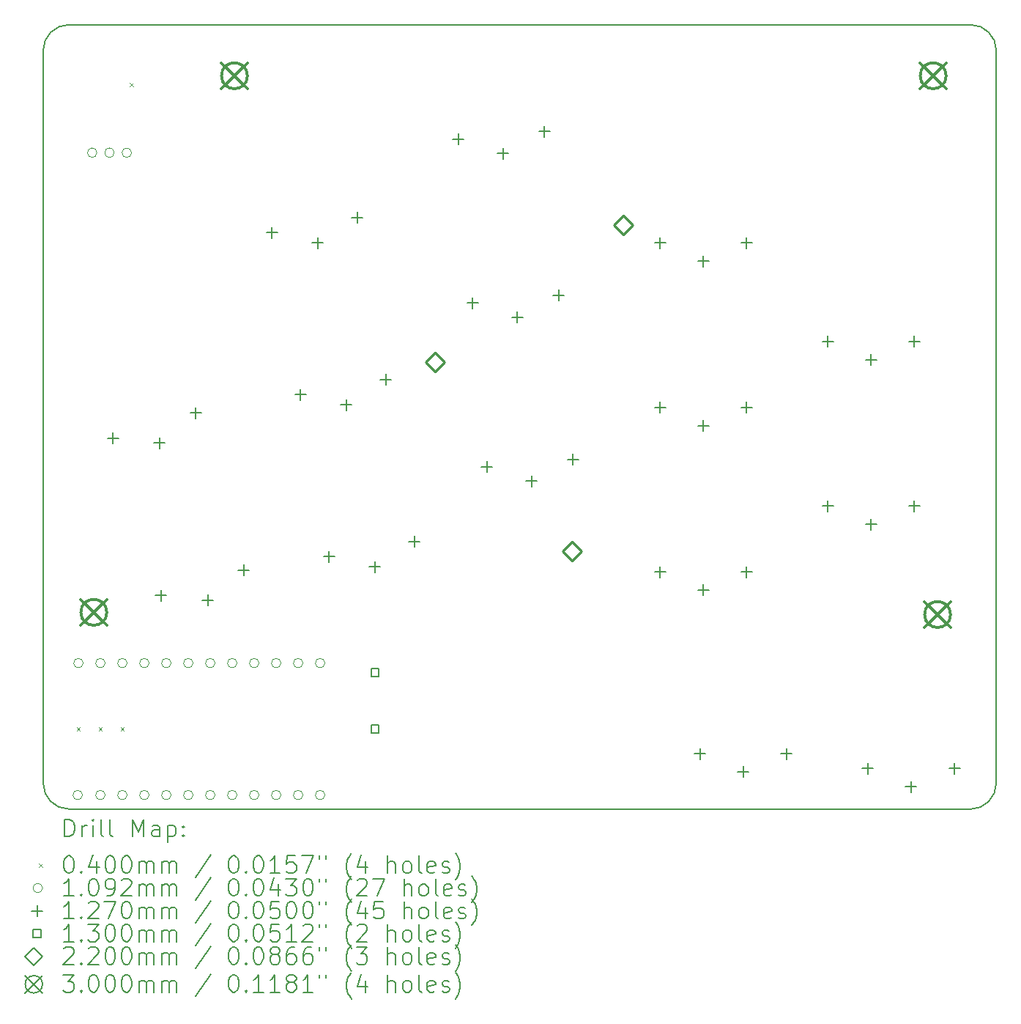
<source format=gbr>
%FSLAX45Y45*%
G04 Gerber Fmt 4.5, Leading zero omitted, Abs format (unit mm)*
G04 Created by KiCad (PCBNEW (6.0.4)) date 2022-09-04 01:37:33*
%MOMM*%
%LPD*%
G01*
G04 APERTURE LIST*
%TA.AperFunction,Profile*%
%ADD10C,0.150000*%
%TD*%
%ADD11C,0.200000*%
%ADD12C,0.040000*%
%ADD13C,0.109220*%
%ADD14C,0.127000*%
%ADD15C,0.130000*%
%ADD16C,0.220000*%
%ADD17C,0.300000*%
G04 APERTURE END LIST*
D10*
X19780321Y-14719637D02*
X30199060Y-14719637D01*
X19480323Y-14419637D02*
G75*
G03*
X19780321Y-14719637I299997J-3D01*
G01*
X19780321Y-5658142D02*
X30199060Y-5658142D01*
X30199060Y-14719630D02*
G75*
G03*
X30499060Y-14419637I10J299990D01*
G01*
X19480321Y-14419637D02*
X19480321Y-5958142D01*
X30499060Y-14419637D02*
X30499060Y-5958142D01*
X30499058Y-5958142D02*
G75*
G03*
X30199060Y-5658142I-299998J2D01*
G01*
X19780321Y-5658141D02*
G75*
G03*
X19480321Y-5958142I-1J-299999D01*
G01*
D11*
D12*
X19868200Y-13772200D02*
X19908200Y-13812200D01*
X19908200Y-13772200D02*
X19868200Y-13812200D01*
X20122200Y-13772200D02*
X20162200Y-13812200D01*
X20162200Y-13772200D02*
X20122200Y-13812200D01*
X20376200Y-13772200D02*
X20416200Y-13812200D01*
X20416200Y-13772200D02*
X20376200Y-13812200D01*
X20480264Y-6329371D02*
X20520264Y-6369371D01*
X20520264Y-6329371D02*
X20480264Y-6369371D01*
D13*
X19934435Y-14557400D02*
G75*
G03*
X19934435Y-14557400I-54610J0D01*
G01*
X19942810Y-13033400D02*
G75*
G03*
X19942810Y-13033400I-54610J0D01*
G01*
X20101610Y-7137400D02*
G75*
G03*
X20101610Y-7137400I-54610J0D01*
G01*
X20196810Y-13033400D02*
G75*
G03*
X20196810Y-13033400I-54610J0D01*
G01*
X20196810Y-14557400D02*
G75*
G03*
X20196810Y-14557400I-54610J0D01*
G01*
X20301610Y-7137400D02*
G75*
G03*
X20301610Y-7137400I-54610J0D01*
G01*
X20450810Y-13033400D02*
G75*
G03*
X20450810Y-13033400I-54610J0D01*
G01*
X20450810Y-14557400D02*
G75*
G03*
X20450810Y-14557400I-54610J0D01*
G01*
X20501610Y-7137400D02*
G75*
G03*
X20501610Y-7137400I-54610J0D01*
G01*
X20704810Y-13033400D02*
G75*
G03*
X20704810Y-13033400I-54610J0D01*
G01*
X20704810Y-14557400D02*
G75*
G03*
X20704810Y-14557400I-54610J0D01*
G01*
X20958810Y-13033400D02*
G75*
G03*
X20958810Y-13033400I-54610J0D01*
G01*
X20958810Y-14557400D02*
G75*
G03*
X20958810Y-14557400I-54610J0D01*
G01*
X21212810Y-13033400D02*
G75*
G03*
X21212810Y-13033400I-54610J0D01*
G01*
X21212810Y-14557400D02*
G75*
G03*
X21212810Y-14557400I-54610J0D01*
G01*
X21466810Y-13033400D02*
G75*
G03*
X21466810Y-13033400I-54610J0D01*
G01*
X21466810Y-14557400D02*
G75*
G03*
X21466810Y-14557400I-54610J0D01*
G01*
X21720810Y-13033400D02*
G75*
G03*
X21720810Y-13033400I-54610J0D01*
G01*
X21720810Y-14557400D02*
G75*
G03*
X21720810Y-14557400I-54610J0D01*
G01*
X21974810Y-13033400D02*
G75*
G03*
X21974810Y-13033400I-54610J0D01*
G01*
X21974810Y-14557400D02*
G75*
G03*
X21974810Y-14557400I-54610J0D01*
G01*
X22228810Y-13033400D02*
G75*
G03*
X22228810Y-13033400I-54610J0D01*
G01*
X22228810Y-14557400D02*
G75*
G03*
X22228810Y-14557400I-54610J0D01*
G01*
X22482810Y-13033400D02*
G75*
G03*
X22482810Y-13033400I-54610J0D01*
G01*
X22482810Y-14557400D02*
G75*
G03*
X22482810Y-14557400I-54610J0D01*
G01*
X22736810Y-13033400D02*
G75*
G03*
X22736810Y-13033400I-54610J0D01*
G01*
X22736810Y-14557400D02*
G75*
G03*
X22736810Y-14557400I-54610J0D01*
G01*
D14*
X20287217Y-10371031D02*
X20287217Y-10498031D01*
X20223717Y-10434531D02*
X20350717Y-10434531D01*
X20826767Y-10425669D02*
X20826767Y-10552669D01*
X20763267Y-10489169D02*
X20890267Y-10489169D01*
X20842723Y-12188010D02*
X20842723Y-12315010D01*
X20779223Y-12251510D02*
X20906223Y-12251510D01*
X21243521Y-10078660D02*
X21243521Y-10205660D01*
X21180021Y-10142160D02*
X21307021Y-10142160D01*
X21382273Y-12242648D02*
X21382273Y-12369648D01*
X21318773Y-12306148D02*
X21445773Y-12306148D01*
X21799028Y-11895639D02*
X21799028Y-12022639D01*
X21735528Y-11959139D02*
X21862528Y-11959139D01*
X22126293Y-7995266D02*
X22126293Y-8122266D01*
X22062793Y-8058766D02*
X22189793Y-8058766D01*
X22456224Y-9866401D02*
X22456224Y-9993401D01*
X22392724Y-9929901D02*
X22519724Y-9929901D01*
X22655163Y-8115252D02*
X22655163Y-8242252D01*
X22591663Y-8178752D02*
X22718663Y-8178752D01*
X22786156Y-11737535D02*
X22786156Y-11864535D01*
X22722656Y-11801035D02*
X22849656Y-11801035D01*
X22985094Y-9986386D02*
X22985094Y-10113386D01*
X22921594Y-10049886D02*
X23048594Y-10049886D01*
X23111101Y-7821618D02*
X23111101Y-7948618D01*
X23047601Y-7885118D02*
X23174601Y-7885118D01*
X23315026Y-11857521D02*
X23315026Y-11984521D01*
X23251526Y-11921021D02*
X23378526Y-11921021D01*
X23441032Y-9692753D02*
X23441032Y-9819753D01*
X23377532Y-9756253D02*
X23504532Y-9756253D01*
X23770964Y-11563887D02*
X23770964Y-11690887D01*
X23707464Y-11627387D02*
X23834464Y-11627387D01*
X24278508Y-6916434D02*
X24278508Y-7043434D01*
X24215008Y-6979934D02*
X24342008Y-6979934D01*
X24444104Y-8809204D02*
X24444104Y-8936204D01*
X24380604Y-8872704D02*
X24507604Y-8872704D01*
X24609700Y-10701974D02*
X24609700Y-10828974D01*
X24546200Y-10765474D02*
X24673200Y-10765474D01*
X24794908Y-7082057D02*
X24794908Y-7209057D01*
X24731408Y-7145557D02*
X24858408Y-7145557D01*
X24960504Y-8974827D02*
X24960504Y-9101827D01*
X24897004Y-9038327D02*
X25024004Y-9038327D01*
X25126100Y-10867597D02*
X25126100Y-10994597D01*
X25062600Y-10931097D02*
X25189600Y-10931097D01*
X25274703Y-6829278D02*
X25274703Y-6956278D01*
X25211203Y-6892778D02*
X25338203Y-6892778D01*
X25440299Y-8722048D02*
X25440299Y-8849048D01*
X25376799Y-8785548D02*
X25503799Y-8785548D01*
X25605895Y-10614818D02*
X25605895Y-10741818D01*
X25542395Y-10678318D02*
X25669395Y-10678318D01*
X26611560Y-8115137D02*
X26611560Y-8242137D01*
X26548060Y-8178637D02*
X26675060Y-8178637D01*
X26611560Y-10015137D02*
X26611560Y-10142137D01*
X26548060Y-10078637D02*
X26675060Y-10078637D01*
X26611560Y-11915137D02*
X26611560Y-12042137D01*
X26548060Y-11978637D02*
X26675060Y-11978637D01*
X27074060Y-14015137D02*
X27074060Y-14142137D01*
X27010560Y-14078637D02*
X27137560Y-14078637D01*
X27111560Y-8325137D02*
X27111560Y-8452137D01*
X27048060Y-8388637D02*
X27175060Y-8388637D01*
X27111560Y-10225137D02*
X27111560Y-10352137D01*
X27048060Y-10288637D02*
X27175060Y-10288637D01*
X27111560Y-12125137D02*
X27111560Y-12252137D01*
X27048060Y-12188637D02*
X27175060Y-12188637D01*
X27574060Y-14225137D02*
X27574060Y-14352137D01*
X27510560Y-14288637D02*
X27637560Y-14288637D01*
X27611560Y-8115137D02*
X27611560Y-8242137D01*
X27548060Y-8178637D02*
X27675060Y-8178637D01*
X27611560Y-10015137D02*
X27611560Y-10142137D01*
X27548060Y-10078637D02*
X27675060Y-10078637D01*
X27611560Y-11915137D02*
X27611560Y-12042137D01*
X27548060Y-11978637D02*
X27675060Y-11978637D01*
X28074060Y-14015137D02*
X28074060Y-14142137D01*
X28010560Y-14078637D02*
X28137560Y-14078637D01*
X28551560Y-9255137D02*
X28551560Y-9382137D01*
X28488060Y-9318637D02*
X28615060Y-9318637D01*
X28551560Y-11155137D02*
X28551560Y-11282137D01*
X28488060Y-11218637D02*
X28615060Y-11218637D01*
X29014060Y-14186137D02*
X29014060Y-14313137D01*
X28950560Y-14249637D02*
X29077560Y-14249637D01*
X29051560Y-9465137D02*
X29051560Y-9592137D01*
X28988060Y-9528637D02*
X29115060Y-9528637D01*
X29051560Y-11365137D02*
X29051560Y-11492137D01*
X28988060Y-11428637D02*
X29115060Y-11428637D01*
X29514060Y-14396137D02*
X29514060Y-14523137D01*
X29450560Y-14459637D02*
X29577560Y-14459637D01*
X29551560Y-9255137D02*
X29551560Y-9382137D01*
X29488060Y-9318637D02*
X29615060Y-9318637D01*
X29551560Y-11155137D02*
X29551560Y-11282137D01*
X29488060Y-11218637D02*
X29615060Y-11218637D01*
X30014060Y-14186137D02*
X30014060Y-14313137D01*
X29950560Y-14249637D02*
X30077560Y-14249637D01*
D15*
X23363162Y-13191362D02*
X23363162Y-13099438D01*
X23271238Y-13099438D01*
X23271238Y-13191362D01*
X23363162Y-13191362D01*
X23363162Y-13841362D02*
X23363162Y-13749438D01*
X23271238Y-13749438D01*
X23271238Y-13841362D01*
X23363162Y-13841362D01*
D16*
X24007846Y-9669139D02*
X24117846Y-9559139D01*
X24007846Y-9449139D01*
X23897846Y-9559139D01*
X24007846Y-9669139D01*
X25591385Y-11848693D02*
X25701385Y-11738693D01*
X25591385Y-11628693D01*
X25481385Y-11738693D01*
X25591385Y-11848693D01*
X26187400Y-8085600D02*
X26297400Y-7975600D01*
X26187400Y-7865600D01*
X26077400Y-7975600D01*
X26187400Y-8085600D01*
D17*
X19916000Y-12296000D02*
X20216000Y-12596000D01*
X20216000Y-12296000D02*
X19916000Y-12596000D01*
X20216000Y-12446000D02*
G75*
G03*
X20216000Y-12446000I-150000J0D01*
G01*
X21541600Y-6098400D02*
X21841600Y-6398400D01*
X21841600Y-6098400D02*
X21541600Y-6398400D01*
X21841600Y-6248400D02*
G75*
G03*
X21841600Y-6248400I-150000J0D01*
G01*
X29618800Y-6098400D02*
X29918800Y-6398400D01*
X29918800Y-6098400D02*
X29618800Y-6398400D01*
X29918800Y-6248400D02*
G75*
G03*
X29918800Y-6248400I-150000J0D01*
G01*
X29669600Y-12321400D02*
X29969600Y-12621400D01*
X29969600Y-12321400D02*
X29669600Y-12621400D01*
X29969600Y-12471400D02*
G75*
G03*
X29969600Y-12471400I-150000J0D01*
G01*
D11*
X19730440Y-15037613D02*
X19730440Y-14837613D01*
X19778059Y-14837613D01*
X19806630Y-14847137D01*
X19825678Y-14866184D01*
X19835202Y-14885232D01*
X19844726Y-14923327D01*
X19844726Y-14951899D01*
X19835202Y-14989994D01*
X19825678Y-15009041D01*
X19806630Y-15028089D01*
X19778059Y-15037613D01*
X19730440Y-15037613D01*
X19930440Y-15037613D02*
X19930440Y-14904279D01*
X19930440Y-14942375D02*
X19939964Y-14923327D01*
X19949488Y-14913803D01*
X19968535Y-14904279D01*
X19987583Y-14904279D01*
X20054249Y-15037613D02*
X20054249Y-14904279D01*
X20054249Y-14837613D02*
X20044726Y-14847137D01*
X20054249Y-14856660D01*
X20063773Y-14847137D01*
X20054249Y-14837613D01*
X20054249Y-14856660D01*
X20178059Y-15037613D02*
X20159011Y-15028089D01*
X20149488Y-15009041D01*
X20149488Y-14837613D01*
X20282821Y-15037613D02*
X20263773Y-15028089D01*
X20254249Y-15009041D01*
X20254249Y-14837613D01*
X20511392Y-15037613D02*
X20511392Y-14837613D01*
X20578059Y-14980470D01*
X20644726Y-14837613D01*
X20644726Y-15037613D01*
X20825678Y-15037613D02*
X20825678Y-14932851D01*
X20816154Y-14913803D01*
X20797107Y-14904279D01*
X20759011Y-14904279D01*
X20739964Y-14913803D01*
X20825678Y-15028089D02*
X20806630Y-15037613D01*
X20759011Y-15037613D01*
X20739964Y-15028089D01*
X20730440Y-15009041D01*
X20730440Y-14989994D01*
X20739964Y-14970946D01*
X20759011Y-14961422D01*
X20806630Y-14961422D01*
X20825678Y-14951899D01*
X20920916Y-14904279D02*
X20920916Y-15104279D01*
X20920916Y-14913803D02*
X20939964Y-14904279D01*
X20978059Y-14904279D01*
X20997107Y-14913803D01*
X21006630Y-14923327D01*
X21016154Y-14942375D01*
X21016154Y-14999518D01*
X21006630Y-15018565D01*
X20997107Y-15028089D01*
X20978059Y-15037613D01*
X20939964Y-15037613D01*
X20920916Y-15028089D01*
X21101869Y-15018565D02*
X21111392Y-15028089D01*
X21101869Y-15037613D01*
X21092345Y-15028089D01*
X21101869Y-15018565D01*
X21101869Y-15037613D01*
X21101869Y-14913803D02*
X21111392Y-14923327D01*
X21101869Y-14932851D01*
X21092345Y-14923327D01*
X21101869Y-14913803D01*
X21101869Y-14932851D01*
D12*
X19432821Y-15347137D02*
X19472821Y-15387137D01*
X19472821Y-15347137D02*
X19432821Y-15387137D01*
D11*
X19768535Y-15257613D02*
X19787583Y-15257613D01*
X19806630Y-15267137D01*
X19816154Y-15276660D01*
X19825678Y-15295708D01*
X19835202Y-15333803D01*
X19835202Y-15381422D01*
X19825678Y-15419518D01*
X19816154Y-15438565D01*
X19806630Y-15448089D01*
X19787583Y-15457613D01*
X19768535Y-15457613D01*
X19749488Y-15448089D01*
X19739964Y-15438565D01*
X19730440Y-15419518D01*
X19720916Y-15381422D01*
X19720916Y-15333803D01*
X19730440Y-15295708D01*
X19739964Y-15276660D01*
X19749488Y-15267137D01*
X19768535Y-15257613D01*
X19920916Y-15438565D02*
X19930440Y-15448089D01*
X19920916Y-15457613D01*
X19911392Y-15448089D01*
X19920916Y-15438565D01*
X19920916Y-15457613D01*
X20101869Y-15324279D02*
X20101869Y-15457613D01*
X20054249Y-15248089D02*
X20006630Y-15390946D01*
X20130440Y-15390946D01*
X20244726Y-15257613D02*
X20263773Y-15257613D01*
X20282821Y-15267137D01*
X20292345Y-15276660D01*
X20301869Y-15295708D01*
X20311392Y-15333803D01*
X20311392Y-15381422D01*
X20301869Y-15419518D01*
X20292345Y-15438565D01*
X20282821Y-15448089D01*
X20263773Y-15457613D01*
X20244726Y-15457613D01*
X20225678Y-15448089D01*
X20216154Y-15438565D01*
X20206630Y-15419518D01*
X20197107Y-15381422D01*
X20197107Y-15333803D01*
X20206630Y-15295708D01*
X20216154Y-15276660D01*
X20225678Y-15267137D01*
X20244726Y-15257613D01*
X20435202Y-15257613D02*
X20454249Y-15257613D01*
X20473297Y-15267137D01*
X20482821Y-15276660D01*
X20492345Y-15295708D01*
X20501869Y-15333803D01*
X20501869Y-15381422D01*
X20492345Y-15419518D01*
X20482821Y-15438565D01*
X20473297Y-15448089D01*
X20454249Y-15457613D01*
X20435202Y-15457613D01*
X20416154Y-15448089D01*
X20406630Y-15438565D01*
X20397107Y-15419518D01*
X20387583Y-15381422D01*
X20387583Y-15333803D01*
X20397107Y-15295708D01*
X20406630Y-15276660D01*
X20416154Y-15267137D01*
X20435202Y-15257613D01*
X20587583Y-15457613D02*
X20587583Y-15324279D01*
X20587583Y-15343327D02*
X20597107Y-15333803D01*
X20616154Y-15324279D01*
X20644726Y-15324279D01*
X20663773Y-15333803D01*
X20673297Y-15352851D01*
X20673297Y-15457613D01*
X20673297Y-15352851D02*
X20682821Y-15333803D01*
X20701869Y-15324279D01*
X20730440Y-15324279D01*
X20749488Y-15333803D01*
X20759011Y-15352851D01*
X20759011Y-15457613D01*
X20854249Y-15457613D02*
X20854249Y-15324279D01*
X20854249Y-15343327D02*
X20863773Y-15333803D01*
X20882821Y-15324279D01*
X20911392Y-15324279D01*
X20930440Y-15333803D01*
X20939964Y-15352851D01*
X20939964Y-15457613D01*
X20939964Y-15352851D02*
X20949488Y-15333803D01*
X20968535Y-15324279D01*
X20997107Y-15324279D01*
X21016154Y-15333803D01*
X21025678Y-15352851D01*
X21025678Y-15457613D01*
X21416154Y-15248089D02*
X21244726Y-15505232D01*
X21673297Y-15257613D02*
X21692345Y-15257613D01*
X21711392Y-15267137D01*
X21720916Y-15276660D01*
X21730440Y-15295708D01*
X21739964Y-15333803D01*
X21739964Y-15381422D01*
X21730440Y-15419518D01*
X21720916Y-15438565D01*
X21711392Y-15448089D01*
X21692345Y-15457613D01*
X21673297Y-15457613D01*
X21654249Y-15448089D01*
X21644726Y-15438565D01*
X21635202Y-15419518D01*
X21625678Y-15381422D01*
X21625678Y-15333803D01*
X21635202Y-15295708D01*
X21644726Y-15276660D01*
X21654249Y-15267137D01*
X21673297Y-15257613D01*
X21825678Y-15438565D02*
X21835202Y-15448089D01*
X21825678Y-15457613D01*
X21816154Y-15448089D01*
X21825678Y-15438565D01*
X21825678Y-15457613D01*
X21959011Y-15257613D02*
X21978059Y-15257613D01*
X21997107Y-15267137D01*
X22006630Y-15276660D01*
X22016154Y-15295708D01*
X22025678Y-15333803D01*
X22025678Y-15381422D01*
X22016154Y-15419518D01*
X22006630Y-15438565D01*
X21997107Y-15448089D01*
X21978059Y-15457613D01*
X21959011Y-15457613D01*
X21939964Y-15448089D01*
X21930440Y-15438565D01*
X21920916Y-15419518D01*
X21911392Y-15381422D01*
X21911392Y-15333803D01*
X21920916Y-15295708D01*
X21930440Y-15276660D01*
X21939964Y-15267137D01*
X21959011Y-15257613D01*
X22216154Y-15457613D02*
X22101869Y-15457613D01*
X22159011Y-15457613D02*
X22159011Y-15257613D01*
X22139964Y-15286184D01*
X22120916Y-15305232D01*
X22101869Y-15314756D01*
X22397107Y-15257613D02*
X22301869Y-15257613D01*
X22292345Y-15352851D01*
X22301869Y-15343327D01*
X22320916Y-15333803D01*
X22368535Y-15333803D01*
X22387583Y-15343327D01*
X22397107Y-15352851D01*
X22406630Y-15371899D01*
X22406630Y-15419518D01*
X22397107Y-15438565D01*
X22387583Y-15448089D01*
X22368535Y-15457613D01*
X22320916Y-15457613D01*
X22301869Y-15448089D01*
X22292345Y-15438565D01*
X22473297Y-15257613D02*
X22606630Y-15257613D01*
X22520916Y-15457613D01*
X22673297Y-15257613D02*
X22673297Y-15295708D01*
X22749487Y-15257613D02*
X22749487Y-15295708D01*
X23044726Y-15533803D02*
X23035202Y-15524279D01*
X23016154Y-15495708D01*
X23006630Y-15476660D01*
X22997107Y-15448089D01*
X22987583Y-15400470D01*
X22987583Y-15362375D01*
X22997107Y-15314756D01*
X23006630Y-15286184D01*
X23016154Y-15267137D01*
X23035202Y-15238565D01*
X23044726Y-15229041D01*
X23206630Y-15324279D02*
X23206630Y-15457613D01*
X23159011Y-15248089D02*
X23111392Y-15390946D01*
X23235202Y-15390946D01*
X23463773Y-15457613D02*
X23463773Y-15257613D01*
X23549487Y-15457613D02*
X23549487Y-15352851D01*
X23539964Y-15333803D01*
X23520916Y-15324279D01*
X23492345Y-15324279D01*
X23473297Y-15333803D01*
X23463773Y-15343327D01*
X23673297Y-15457613D02*
X23654249Y-15448089D01*
X23644726Y-15438565D01*
X23635202Y-15419518D01*
X23635202Y-15362375D01*
X23644726Y-15343327D01*
X23654249Y-15333803D01*
X23673297Y-15324279D01*
X23701868Y-15324279D01*
X23720916Y-15333803D01*
X23730440Y-15343327D01*
X23739964Y-15362375D01*
X23739964Y-15419518D01*
X23730440Y-15438565D01*
X23720916Y-15448089D01*
X23701868Y-15457613D01*
X23673297Y-15457613D01*
X23854249Y-15457613D02*
X23835202Y-15448089D01*
X23825678Y-15429041D01*
X23825678Y-15257613D01*
X24006630Y-15448089D02*
X23987583Y-15457613D01*
X23949487Y-15457613D01*
X23930440Y-15448089D01*
X23920916Y-15429041D01*
X23920916Y-15352851D01*
X23930440Y-15333803D01*
X23949487Y-15324279D01*
X23987583Y-15324279D01*
X24006630Y-15333803D01*
X24016154Y-15352851D01*
X24016154Y-15371899D01*
X23920916Y-15390946D01*
X24092345Y-15448089D02*
X24111392Y-15457613D01*
X24149487Y-15457613D01*
X24168535Y-15448089D01*
X24178059Y-15429041D01*
X24178059Y-15419518D01*
X24168535Y-15400470D01*
X24149487Y-15390946D01*
X24120916Y-15390946D01*
X24101868Y-15381422D01*
X24092345Y-15362375D01*
X24092345Y-15352851D01*
X24101868Y-15333803D01*
X24120916Y-15324279D01*
X24149487Y-15324279D01*
X24168535Y-15333803D01*
X24244726Y-15533803D02*
X24254249Y-15524279D01*
X24273297Y-15495708D01*
X24282821Y-15476660D01*
X24292345Y-15448089D01*
X24301868Y-15400470D01*
X24301868Y-15362375D01*
X24292345Y-15314756D01*
X24282821Y-15286184D01*
X24273297Y-15267137D01*
X24254249Y-15238565D01*
X24244726Y-15229041D01*
D13*
X19472821Y-15631137D02*
G75*
G03*
X19472821Y-15631137I-54610J0D01*
G01*
D11*
X19835202Y-15721613D02*
X19720916Y-15721613D01*
X19778059Y-15721613D02*
X19778059Y-15521613D01*
X19759011Y-15550184D01*
X19739964Y-15569232D01*
X19720916Y-15578756D01*
X19920916Y-15702565D02*
X19930440Y-15712089D01*
X19920916Y-15721613D01*
X19911392Y-15712089D01*
X19920916Y-15702565D01*
X19920916Y-15721613D01*
X20054249Y-15521613D02*
X20073297Y-15521613D01*
X20092345Y-15531137D01*
X20101869Y-15540660D01*
X20111392Y-15559708D01*
X20120916Y-15597803D01*
X20120916Y-15645422D01*
X20111392Y-15683518D01*
X20101869Y-15702565D01*
X20092345Y-15712089D01*
X20073297Y-15721613D01*
X20054249Y-15721613D01*
X20035202Y-15712089D01*
X20025678Y-15702565D01*
X20016154Y-15683518D01*
X20006630Y-15645422D01*
X20006630Y-15597803D01*
X20016154Y-15559708D01*
X20025678Y-15540660D01*
X20035202Y-15531137D01*
X20054249Y-15521613D01*
X20216154Y-15721613D02*
X20254249Y-15721613D01*
X20273297Y-15712089D01*
X20282821Y-15702565D01*
X20301869Y-15673994D01*
X20311392Y-15635899D01*
X20311392Y-15559708D01*
X20301869Y-15540660D01*
X20292345Y-15531137D01*
X20273297Y-15521613D01*
X20235202Y-15521613D01*
X20216154Y-15531137D01*
X20206630Y-15540660D01*
X20197107Y-15559708D01*
X20197107Y-15607327D01*
X20206630Y-15626375D01*
X20216154Y-15635899D01*
X20235202Y-15645422D01*
X20273297Y-15645422D01*
X20292345Y-15635899D01*
X20301869Y-15626375D01*
X20311392Y-15607327D01*
X20387583Y-15540660D02*
X20397107Y-15531137D01*
X20416154Y-15521613D01*
X20463773Y-15521613D01*
X20482821Y-15531137D01*
X20492345Y-15540660D01*
X20501869Y-15559708D01*
X20501869Y-15578756D01*
X20492345Y-15607327D01*
X20378059Y-15721613D01*
X20501869Y-15721613D01*
X20587583Y-15721613D02*
X20587583Y-15588279D01*
X20587583Y-15607327D02*
X20597107Y-15597803D01*
X20616154Y-15588279D01*
X20644726Y-15588279D01*
X20663773Y-15597803D01*
X20673297Y-15616851D01*
X20673297Y-15721613D01*
X20673297Y-15616851D02*
X20682821Y-15597803D01*
X20701869Y-15588279D01*
X20730440Y-15588279D01*
X20749488Y-15597803D01*
X20759011Y-15616851D01*
X20759011Y-15721613D01*
X20854249Y-15721613D02*
X20854249Y-15588279D01*
X20854249Y-15607327D02*
X20863773Y-15597803D01*
X20882821Y-15588279D01*
X20911392Y-15588279D01*
X20930440Y-15597803D01*
X20939964Y-15616851D01*
X20939964Y-15721613D01*
X20939964Y-15616851D02*
X20949488Y-15597803D01*
X20968535Y-15588279D01*
X20997107Y-15588279D01*
X21016154Y-15597803D01*
X21025678Y-15616851D01*
X21025678Y-15721613D01*
X21416154Y-15512089D02*
X21244726Y-15769232D01*
X21673297Y-15521613D02*
X21692345Y-15521613D01*
X21711392Y-15531137D01*
X21720916Y-15540660D01*
X21730440Y-15559708D01*
X21739964Y-15597803D01*
X21739964Y-15645422D01*
X21730440Y-15683518D01*
X21720916Y-15702565D01*
X21711392Y-15712089D01*
X21692345Y-15721613D01*
X21673297Y-15721613D01*
X21654249Y-15712089D01*
X21644726Y-15702565D01*
X21635202Y-15683518D01*
X21625678Y-15645422D01*
X21625678Y-15597803D01*
X21635202Y-15559708D01*
X21644726Y-15540660D01*
X21654249Y-15531137D01*
X21673297Y-15521613D01*
X21825678Y-15702565D02*
X21835202Y-15712089D01*
X21825678Y-15721613D01*
X21816154Y-15712089D01*
X21825678Y-15702565D01*
X21825678Y-15721613D01*
X21959011Y-15521613D02*
X21978059Y-15521613D01*
X21997107Y-15531137D01*
X22006630Y-15540660D01*
X22016154Y-15559708D01*
X22025678Y-15597803D01*
X22025678Y-15645422D01*
X22016154Y-15683518D01*
X22006630Y-15702565D01*
X21997107Y-15712089D01*
X21978059Y-15721613D01*
X21959011Y-15721613D01*
X21939964Y-15712089D01*
X21930440Y-15702565D01*
X21920916Y-15683518D01*
X21911392Y-15645422D01*
X21911392Y-15597803D01*
X21920916Y-15559708D01*
X21930440Y-15540660D01*
X21939964Y-15531137D01*
X21959011Y-15521613D01*
X22197107Y-15588279D02*
X22197107Y-15721613D01*
X22149488Y-15512089D02*
X22101869Y-15654946D01*
X22225678Y-15654946D01*
X22282821Y-15521613D02*
X22406630Y-15521613D01*
X22339964Y-15597803D01*
X22368535Y-15597803D01*
X22387583Y-15607327D01*
X22397107Y-15616851D01*
X22406630Y-15635899D01*
X22406630Y-15683518D01*
X22397107Y-15702565D01*
X22387583Y-15712089D01*
X22368535Y-15721613D01*
X22311392Y-15721613D01*
X22292345Y-15712089D01*
X22282821Y-15702565D01*
X22530440Y-15521613D02*
X22549487Y-15521613D01*
X22568535Y-15531137D01*
X22578059Y-15540660D01*
X22587583Y-15559708D01*
X22597107Y-15597803D01*
X22597107Y-15645422D01*
X22587583Y-15683518D01*
X22578059Y-15702565D01*
X22568535Y-15712089D01*
X22549487Y-15721613D01*
X22530440Y-15721613D01*
X22511392Y-15712089D01*
X22501868Y-15702565D01*
X22492345Y-15683518D01*
X22482821Y-15645422D01*
X22482821Y-15597803D01*
X22492345Y-15559708D01*
X22501868Y-15540660D01*
X22511392Y-15531137D01*
X22530440Y-15521613D01*
X22673297Y-15521613D02*
X22673297Y-15559708D01*
X22749487Y-15521613D02*
X22749487Y-15559708D01*
X23044726Y-15797803D02*
X23035202Y-15788279D01*
X23016154Y-15759708D01*
X23006630Y-15740660D01*
X22997107Y-15712089D01*
X22987583Y-15664470D01*
X22987583Y-15626375D01*
X22997107Y-15578756D01*
X23006630Y-15550184D01*
X23016154Y-15531137D01*
X23035202Y-15502565D01*
X23044726Y-15493041D01*
X23111392Y-15540660D02*
X23120916Y-15531137D01*
X23139964Y-15521613D01*
X23187583Y-15521613D01*
X23206630Y-15531137D01*
X23216154Y-15540660D01*
X23225678Y-15559708D01*
X23225678Y-15578756D01*
X23216154Y-15607327D01*
X23101868Y-15721613D01*
X23225678Y-15721613D01*
X23292345Y-15521613D02*
X23425678Y-15521613D01*
X23339964Y-15721613D01*
X23654249Y-15721613D02*
X23654249Y-15521613D01*
X23739964Y-15721613D02*
X23739964Y-15616851D01*
X23730440Y-15597803D01*
X23711392Y-15588279D01*
X23682821Y-15588279D01*
X23663773Y-15597803D01*
X23654249Y-15607327D01*
X23863773Y-15721613D02*
X23844726Y-15712089D01*
X23835202Y-15702565D01*
X23825678Y-15683518D01*
X23825678Y-15626375D01*
X23835202Y-15607327D01*
X23844726Y-15597803D01*
X23863773Y-15588279D01*
X23892345Y-15588279D01*
X23911392Y-15597803D01*
X23920916Y-15607327D01*
X23930440Y-15626375D01*
X23930440Y-15683518D01*
X23920916Y-15702565D01*
X23911392Y-15712089D01*
X23892345Y-15721613D01*
X23863773Y-15721613D01*
X24044726Y-15721613D02*
X24025678Y-15712089D01*
X24016154Y-15693041D01*
X24016154Y-15521613D01*
X24197107Y-15712089D02*
X24178059Y-15721613D01*
X24139964Y-15721613D01*
X24120916Y-15712089D01*
X24111392Y-15693041D01*
X24111392Y-15616851D01*
X24120916Y-15597803D01*
X24139964Y-15588279D01*
X24178059Y-15588279D01*
X24197107Y-15597803D01*
X24206630Y-15616851D01*
X24206630Y-15635899D01*
X24111392Y-15654946D01*
X24282821Y-15712089D02*
X24301868Y-15721613D01*
X24339964Y-15721613D01*
X24359011Y-15712089D01*
X24368535Y-15693041D01*
X24368535Y-15683518D01*
X24359011Y-15664470D01*
X24339964Y-15654946D01*
X24311392Y-15654946D01*
X24292345Y-15645422D01*
X24282821Y-15626375D01*
X24282821Y-15616851D01*
X24292345Y-15597803D01*
X24311392Y-15588279D01*
X24339964Y-15588279D01*
X24359011Y-15597803D01*
X24435202Y-15797803D02*
X24444726Y-15788279D01*
X24463773Y-15759708D01*
X24473297Y-15740660D01*
X24482821Y-15712089D01*
X24492345Y-15664470D01*
X24492345Y-15626375D01*
X24482821Y-15578756D01*
X24473297Y-15550184D01*
X24463773Y-15531137D01*
X24444726Y-15502565D01*
X24435202Y-15493041D01*
D14*
X19409321Y-15831637D02*
X19409321Y-15958637D01*
X19345821Y-15895137D02*
X19472821Y-15895137D01*
D11*
X19835202Y-15985613D02*
X19720916Y-15985613D01*
X19778059Y-15985613D02*
X19778059Y-15785613D01*
X19759011Y-15814184D01*
X19739964Y-15833232D01*
X19720916Y-15842756D01*
X19920916Y-15966565D02*
X19930440Y-15976089D01*
X19920916Y-15985613D01*
X19911392Y-15976089D01*
X19920916Y-15966565D01*
X19920916Y-15985613D01*
X20006630Y-15804660D02*
X20016154Y-15795137D01*
X20035202Y-15785613D01*
X20082821Y-15785613D01*
X20101869Y-15795137D01*
X20111392Y-15804660D01*
X20120916Y-15823708D01*
X20120916Y-15842756D01*
X20111392Y-15871327D01*
X19997107Y-15985613D01*
X20120916Y-15985613D01*
X20187583Y-15785613D02*
X20320916Y-15785613D01*
X20235202Y-15985613D01*
X20435202Y-15785613D02*
X20454249Y-15785613D01*
X20473297Y-15795137D01*
X20482821Y-15804660D01*
X20492345Y-15823708D01*
X20501869Y-15861803D01*
X20501869Y-15909422D01*
X20492345Y-15947518D01*
X20482821Y-15966565D01*
X20473297Y-15976089D01*
X20454249Y-15985613D01*
X20435202Y-15985613D01*
X20416154Y-15976089D01*
X20406630Y-15966565D01*
X20397107Y-15947518D01*
X20387583Y-15909422D01*
X20387583Y-15861803D01*
X20397107Y-15823708D01*
X20406630Y-15804660D01*
X20416154Y-15795137D01*
X20435202Y-15785613D01*
X20587583Y-15985613D02*
X20587583Y-15852279D01*
X20587583Y-15871327D02*
X20597107Y-15861803D01*
X20616154Y-15852279D01*
X20644726Y-15852279D01*
X20663773Y-15861803D01*
X20673297Y-15880851D01*
X20673297Y-15985613D01*
X20673297Y-15880851D02*
X20682821Y-15861803D01*
X20701869Y-15852279D01*
X20730440Y-15852279D01*
X20749488Y-15861803D01*
X20759011Y-15880851D01*
X20759011Y-15985613D01*
X20854249Y-15985613D02*
X20854249Y-15852279D01*
X20854249Y-15871327D02*
X20863773Y-15861803D01*
X20882821Y-15852279D01*
X20911392Y-15852279D01*
X20930440Y-15861803D01*
X20939964Y-15880851D01*
X20939964Y-15985613D01*
X20939964Y-15880851D02*
X20949488Y-15861803D01*
X20968535Y-15852279D01*
X20997107Y-15852279D01*
X21016154Y-15861803D01*
X21025678Y-15880851D01*
X21025678Y-15985613D01*
X21416154Y-15776089D02*
X21244726Y-16033232D01*
X21673297Y-15785613D02*
X21692345Y-15785613D01*
X21711392Y-15795137D01*
X21720916Y-15804660D01*
X21730440Y-15823708D01*
X21739964Y-15861803D01*
X21739964Y-15909422D01*
X21730440Y-15947518D01*
X21720916Y-15966565D01*
X21711392Y-15976089D01*
X21692345Y-15985613D01*
X21673297Y-15985613D01*
X21654249Y-15976089D01*
X21644726Y-15966565D01*
X21635202Y-15947518D01*
X21625678Y-15909422D01*
X21625678Y-15861803D01*
X21635202Y-15823708D01*
X21644726Y-15804660D01*
X21654249Y-15795137D01*
X21673297Y-15785613D01*
X21825678Y-15966565D02*
X21835202Y-15976089D01*
X21825678Y-15985613D01*
X21816154Y-15976089D01*
X21825678Y-15966565D01*
X21825678Y-15985613D01*
X21959011Y-15785613D02*
X21978059Y-15785613D01*
X21997107Y-15795137D01*
X22006630Y-15804660D01*
X22016154Y-15823708D01*
X22025678Y-15861803D01*
X22025678Y-15909422D01*
X22016154Y-15947518D01*
X22006630Y-15966565D01*
X21997107Y-15976089D01*
X21978059Y-15985613D01*
X21959011Y-15985613D01*
X21939964Y-15976089D01*
X21930440Y-15966565D01*
X21920916Y-15947518D01*
X21911392Y-15909422D01*
X21911392Y-15861803D01*
X21920916Y-15823708D01*
X21930440Y-15804660D01*
X21939964Y-15795137D01*
X21959011Y-15785613D01*
X22206630Y-15785613D02*
X22111392Y-15785613D01*
X22101869Y-15880851D01*
X22111392Y-15871327D01*
X22130440Y-15861803D01*
X22178059Y-15861803D01*
X22197107Y-15871327D01*
X22206630Y-15880851D01*
X22216154Y-15899899D01*
X22216154Y-15947518D01*
X22206630Y-15966565D01*
X22197107Y-15976089D01*
X22178059Y-15985613D01*
X22130440Y-15985613D01*
X22111392Y-15976089D01*
X22101869Y-15966565D01*
X22339964Y-15785613D02*
X22359011Y-15785613D01*
X22378059Y-15795137D01*
X22387583Y-15804660D01*
X22397107Y-15823708D01*
X22406630Y-15861803D01*
X22406630Y-15909422D01*
X22397107Y-15947518D01*
X22387583Y-15966565D01*
X22378059Y-15976089D01*
X22359011Y-15985613D01*
X22339964Y-15985613D01*
X22320916Y-15976089D01*
X22311392Y-15966565D01*
X22301869Y-15947518D01*
X22292345Y-15909422D01*
X22292345Y-15861803D01*
X22301869Y-15823708D01*
X22311392Y-15804660D01*
X22320916Y-15795137D01*
X22339964Y-15785613D01*
X22530440Y-15785613D02*
X22549487Y-15785613D01*
X22568535Y-15795137D01*
X22578059Y-15804660D01*
X22587583Y-15823708D01*
X22597107Y-15861803D01*
X22597107Y-15909422D01*
X22587583Y-15947518D01*
X22578059Y-15966565D01*
X22568535Y-15976089D01*
X22549487Y-15985613D01*
X22530440Y-15985613D01*
X22511392Y-15976089D01*
X22501868Y-15966565D01*
X22492345Y-15947518D01*
X22482821Y-15909422D01*
X22482821Y-15861803D01*
X22492345Y-15823708D01*
X22501868Y-15804660D01*
X22511392Y-15795137D01*
X22530440Y-15785613D01*
X22673297Y-15785613D02*
X22673297Y-15823708D01*
X22749487Y-15785613D02*
X22749487Y-15823708D01*
X23044726Y-16061803D02*
X23035202Y-16052279D01*
X23016154Y-16023708D01*
X23006630Y-16004660D01*
X22997107Y-15976089D01*
X22987583Y-15928470D01*
X22987583Y-15890375D01*
X22997107Y-15842756D01*
X23006630Y-15814184D01*
X23016154Y-15795137D01*
X23035202Y-15766565D01*
X23044726Y-15757041D01*
X23206630Y-15852279D02*
X23206630Y-15985613D01*
X23159011Y-15776089D02*
X23111392Y-15918946D01*
X23235202Y-15918946D01*
X23406630Y-15785613D02*
X23311392Y-15785613D01*
X23301868Y-15880851D01*
X23311392Y-15871327D01*
X23330440Y-15861803D01*
X23378059Y-15861803D01*
X23397107Y-15871327D01*
X23406630Y-15880851D01*
X23416154Y-15899899D01*
X23416154Y-15947518D01*
X23406630Y-15966565D01*
X23397107Y-15976089D01*
X23378059Y-15985613D01*
X23330440Y-15985613D01*
X23311392Y-15976089D01*
X23301868Y-15966565D01*
X23654249Y-15985613D02*
X23654249Y-15785613D01*
X23739964Y-15985613D02*
X23739964Y-15880851D01*
X23730440Y-15861803D01*
X23711392Y-15852279D01*
X23682821Y-15852279D01*
X23663773Y-15861803D01*
X23654249Y-15871327D01*
X23863773Y-15985613D02*
X23844726Y-15976089D01*
X23835202Y-15966565D01*
X23825678Y-15947518D01*
X23825678Y-15890375D01*
X23835202Y-15871327D01*
X23844726Y-15861803D01*
X23863773Y-15852279D01*
X23892345Y-15852279D01*
X23911392Y-15861803D01*
X23920916Y-15871327D01*
X23930440Y-15890375D01*
X23930440Y-15947518D01*
X23920916Y-15966565D01*
X23911392Y-15976089D01*
X23892345Y-15985613D01*
X23863773Y-15985613D01*
X24044726Y-15985613D02*
X24025678Y-15976089D01*
X24016154Y-15957041D01*
X24016154Y-15785613D01*
X24197107Y-15976089D02*
X24178059Y-15985613D01*
X24139964Y-15985613D01*
X24120916Y-15976089D01*
X24111392Y-15957041D01*
X24111392Y-15880851D01*
X24120916Y-15861803D01*
X24139964Y-15852279D01*
X24178059Y-15852279D01*
X24197107Y-15861803D01*
X24206630Y-15880851D01*
X24206630Y-15899899D01*
X24111392Y-15918946D01*
X24282821Y-15976089D02*
X24301868Y-15985613D01*
X24339964Y-15985613D01*
X24359011Y-15976089D01*
X24368535Y-15957041D01*
X24368535Y-15947518D01*
X24359011Y-15928470D01*
X24339964Y-15918946D01*
X24311392Y-15918946D01*
X24292345Y-15909422D01*
X24282821Y-15890375D01*
X24282821Y-15880851D01*
X24292345Y-15861803D01*
X24311392Y-15852279D01*
X24339964Y-15852279D01*
X24359011Y-15861803D01*
X24435202Y-16061803D02*
X24444726Y-16052279D01*
X24463773Y-16023708D01*
X24473297Y-16004660D01*
X24482821Y-15976089D01*
X24492345Y-15928470D01*
X24492345Y-15890375D01*
X24482821Y-15842756D01*
X24473297Y-15814184D01*
X24463773Y-15795137D01*
X24444726Y-15766565D01*
X24435202Y-15757041D01*
D15*
X19453783Y-16205099D02*
X19453783Y-16113174D01*
X19361859Y-16113174D01*
X19361859Y-16205099D01*
X19453783Y-16205099D01*
D11*
X19835202Y-16249613D02*
X19720916Y-16249613D01*
X19778059Y-16249613D02*
X19778059Y-16049613D01*
X19759011Y-16078184D01*
X19739964Y-16097232D01*
X19720916Y-16106756D01*
X19920916Y-16230565D02*
X19930440Y-16240089D01*
X19920916Y-16249613D01*
X19911392Y-16240089D01*
X19920916Y-16230565D01*
X19920916Y-16249613D01*
X19997107Y-16049613D02*
X20120916Y-16049613D01*
X20054249Y-16125803D01*
X20082821Y-16125803D01*
X20101869Y-16135327D01*
X20111392Y-16144851D01*
X20120916Y-16163899D01*
X20120916Y-16211518D01*
X20111392Y-16230565D01*
X20101869Y-16240089D01*
X20082821Y-16249613D01*
X20025678Y-16249613D01*
X20006630Y-16240089D01*
X19997107Y-16230565D01*
X20244726Y-16049613D02*
X20263773Y-16049613D01*
X20282821Y-16059137D01*
X20292345Y-16068660D01*
X20301869Y-16087708D01*
X20311392Y-16125803D01*
X20311392Y-16173422D01*
X20301869Y-16211518D01*
X20292345Y-16230565D01*
X20282821Y-16240089D01*
X20263773Y-16249613D01*
X20244726Y-16249613D01*
X20225678Y-16240089D01*
X20216154Y-16230565D01*
X20206630Y-16211518D01*
X20197107Y-16173422D01*
X20197107Y-16125803D01*
X20206630Y-16087708D01*
X20216154Y-16068660D01*
X20225678Y-16059137D01*
X20244726Y-16049613D01*
X20435202Y-16049613D02*
X20454249Y-16049613D01*
X20473297Y-16059137D01*
X20482821Y-16068660D01*
X20492345Y-16087708D01*
X20501869Y-16125803D01*
X20501869Y-16173422D01*
X20492345Y-16211518D01*
X20482821Y-16230565D01*
X20473297Y-16240089D01*
X20454249Y-16249613D01*
X20435202Y-16249613D01*
X20416154Y-16240089D01*
X20406630Y-16230565D01*
X20397107Y-16211518D01*
X20387583Y-16173422D01*
X20387583Y-16125803D01*
X20397107Y-16087708D01*
X20406630Y-16068660D01*
X20416154Y-16059137D01*
X20435202Y-16049613D01*
X20587583Y-16249613D02*
X20587583Y-16116279D01*
X20587583Y-16135327D02*
X20597107Y-16125803D01*
X20616154Y-16116279D01*
X20644726Y-16116279D01*
X20663773Y-16125803D01*
X20673297Y-16144851D01*
X20673297Y-16249613D01*
X20673297Y-16144851D02*
X20682821Y-16125803D01*
X20701869Y-16116279D01*
X20730440Y-16116279D01*
X20749488Y-16125803D01*
X20759011Y-16144851D01*
X20759011Y-16249613D01*
X20854249Y-16249613D02*
X20854249Y-16116279D01*
X20854249Y-16135327D02*
X20863773Y-16125803D01*
X20882821Y-16116279D01*
X20911392Y-16116279D01*
X20930440Y-16125803D01*
X20939964Y-16144851D01*
X20939964Y-16249613D01*
X20939964Y-16144851D02*
X20949488Y-16125803D01*
X20968535Y-16116279D01*
X20997107Y-16116279D01*
X21016154Y-16125803D01*
X21025678Y-16144851D01*
X21025678Y-16249613D01*
X21416154Y-16040089D02*
X21244726Y-16297232D01*
X21673297Y-16049613D02*
X21692345Y-16049613D01*
X21711392Y-16059137D01*
X21720916Y-16068660D01*
X21730440Y-16087708D01*
X21739964Y-16125803D01*
X21739964Y-16173422D01*
X21730440Y-16211518D01*
X21720916Y-16230565D01*
X21711392Y-16240089D01*
X21692345Y-16249613D01*
X21673297Y-16249613D01*
X21654249Y-16240089D01*
X21644726Y-16230565D01*
X21635202Y-16211518D01*
X21625678Y-16173422D01*
X21625678Y-16125803D01*
X21635202Y-16087708D01*
X21644726Y-16068660D01*
X21654249Y-16059137D01*
X21673297Y-16049613D01*
X21825678Y-16230565D02*
X21835202Y-16240089D01*
X21825678Y-16249613D01*
X21816154Y-16240089D01*
X21825678Y-16230565D01*
X21825678Y-16249613D01*
X21959011Y-16049613D02*
X21978059Y-16049613D01*
X21997107Y-16059137D01*
X22006630Y-16068660D01*
X22016154Y-16087708D01*
X22025678Y-16125803D01*
X22025678Y-16173422D01*
X22016154Y-16211518D01*
X22006630Y-16230565D01*
X21997107Y-16240089D01*
X21978059Y-16249613D01*
X21959011Y-16249613D01*
X21939964Y-16240089D01*
X21930440Y-16230565D01*
X21920916Y-16211518D01*
X21911392Y-16173422D01*
X21911392Y-16125803D01*
X21920916Y-16087708D01*
X21930440Y-16068660D01*
X21939964Y-16059137D01*
X21959011Y-16049613D01*
X22206630Y-16049613D02*
X22111392Y-16049613D01*
X22101869Y-16144851D01*
X22111392Y-16135327D01*
X22130440Y-16125803D01*
X22178059Y-16125803D01*
X22197107Y-16135327D01*
X22206630Y-16144851D01*
X22216154Y-16163899D01*
X22216154Y-16211518D01*
X22206630Y-16230565D01*
X22197107Y-16240089D01*
X22178059Y-16249613D01*
X22130440Y-16249613D01*
X22111392Y-16240089D01*
X22101869Y-16230565D01*
X22406630Y-16249613D02*
X22292345Y-16249613D01*
X22349488Y-16249613D02*
X22349488Y-16049613D01*
X22330440Y-16078184D01*
X22311392Y-16097232D01*
X22292345Y-16106756D01*
X22482821Y-16068660D02*
X22492345Y-16059137D01*
X22511392Y-16049613D01*
X22559011Y-16049613D01*
X22578059Y-16059137D01*
X22587583Y-16068660D01*
X22597107Y-16087708D01*
X22597107Y-16106756D01*
X22587583Y-16135327D01*
X22473297Y-16249613D01*
X22597107Y-16249613D01*
X22673297Y-16049613D02*
X22673297Y-16087708D01*
X22749487Y-16049613D02*
X22749487Y-16087708D01*
X23044726Y-16325803D02*
X23035202Y-16316279D01*
X23016154Y-16287708D01*
X23006630Y-16268660D01*
X22997107Y-16240089D01*
X22987583Y-16192470D01*
X22987583Y-16154375D01*
X22997107Y-16106756D01*
X23006630Y-16078184D01*
X23016154Y-16059137D01*
X23035202Y-16030565D01*
X23044726Y-16021041D01*
X23111392Y-16068660D02*
X23120916Y-16059137D01*
X23139964Y-16049613D01*
X23187583Y-16049613D01*
X23206630Y-16059137D01*
X23216154Y-16068660D01*
X23225678Y-16087708D01*
X23225678Y-16106756D01*
X23216154Y-16135327D01*
X23101868Y-16249613D01*
X23225678Y-16249613D01*
X23463773Y-16249613D02*
X23463773Y-16049613D01*
X23549487Y-16249613D02*
X23549487Y-16144851D01*
X23539964Y-16125803D01*
X23520916Y-16116279D01*
X23492345Y-16116279D01*
X23473297Y-16125803D01*
X23463773Y-16135327D01*
X23673297Y-16249613D02*
X23654249Y-16240089D01*
X23644726Y-16230565D01*
X23635202Y-16211518D01*
X23635202Y-16154375D01*
X23644726Y-16135327D01*
X23654249Y-16125803D01*
X23673297Y-16116279D01*
X23701868Y-16116279D01*
X23720916Y-16125803D01*
X23730440Y-16135327D01*
X23739964Y-16154375D01*
X23739964Y-16211518D01*
X23730440Y-16230565D01*
X23720916Y-16240089D01*
X23701868Y-16249613D01*
X23673297Y-16249613D01*
X23854249Y-16249613D02*
X23835202Y-16240089D01*
X23825678Y-16221041D01*
X23825678Y-16049613D01*
X24006630Y-16240089D02*
X23987583Y-16249613D01*
X23949487Y-16249613D01*
X23930440Y-16240089D01*
X23920916Y-16221041D01*
X23920916Y-16144851D01*
X23930440Y-16125803D01*
X23949487Y-16116279D01*
X23987583Y-16116279D01*
X24006630Y-16125803D01*
X24016154Y-16144851D01*
X24016154Y-16163899D01*
X23920916Y-16182946D01*
X24092345Y-16240089D02*
X24111392Y-16249613D01*
X24149487Y-16249613D01*
X24168535Y-16240089D01*
X24178059Y-16221041D01*
X24178059Y-16211518D01*
X24168535Y-16192470D01*
X24149487Y-16182946D01*
X24120916Y-16182946D01*
X24101868Y-16173422D01*
X24092345Y-16154375D01*
X24092345Y-16144851D01*
X24101868Y-16125803D01*
X24120916Y-16116279D01*
X24149487Y-16116279D01*
X24168535Y-16125803D01*
X24244726Y-16325803D02*
X24254249Y-16316279D01*
X24273297Y-16287708D01*
X24282821Y-16268660D01*
X24292345Y-16240089D01*
X24301868Y-16192470D01*
X24301868Y-16154375D01*
X24292345Y-16106756D01*
X24282821Y-16078184D01*
X24273297Y-16059137D01*
X24254249Y-16030565D01*
X24244726Y-16021041D01*
X19372821Y-16523137D02*
X19472821Y-16423137D01*
X19372821Y-16323137D01*
X19272821Y-16423137D01*
X19372821Y-16523137D01*
X19720916Y-16332660D02*
X19730440Y-16323137D01*
X19749488Y-16313613D01*
X19797107Y-16313613D01*
X19816154Y-16323137D01*
X19825678Y-16332660D01*
X19835202Y-16351708D01*
X19835202Y-16370756D01*
X19825678Y-16399327D01*
X19711392Y-16513613D01*
X19835202Y-16513613D01*
X19920916Y-16494565D02*
X19930440Y-16504089D01*
X19920916Y-16513613D01*
X19911392Y-16504089D01*
X19920916Y-16494565D01*
X19920916Y-16513613D01*
X20006630Y-16332660D02*
X20016154Y-16323137D01*
X20035202Y-16313613D01*
X20082821Y-16313613D01*
X20101869Y-16323137D01*
X20111392Y-16332660D01*
X20120916Y-16351708D01*
X20120916Y-16370756D01*
X20111392Y-16399327D01*
X19997107Y-16513613D01*
X20120916Y-16513613D01*
X20244726Y-16313613D02*
X20263773Y-16313613D01*
X20282821Y-16323137D01*
X20292345Y-16332660D01*
X20301869Y-16351708D01*
X20311392Y-16389803D01*
X20311392Y-16437422D01*
X20301869Y-16475518D01*
X20292345Y-16494565D01*
X20282821Y-16504089D01*
X20263773Y-16513613D01*
X20244726Y-16513613D01*
X20225678Y-16504089D01*
X20216154Y-16494565D01*
X20206630Y-16475518D01*
X20197107Y-16437422D01*
X20197107Y-16389803D01*
X20206630Y-16351708D01*
X20216154Y-16332660D01*
X20225678Y-16323137D01*
X20244726Y-16313613D01*
X20435202Y-16313613D02*
X20454249Y-16313613D01*
X20473297Y-16323137D01*
X20482821Y-16332660D01*
X20492345Y-16351708D01*
X20501869Y-16389803D01*
X20501869Y-16437422D01*
X20492345Y-16475518D01*
X20482821Y-16494565D01*
X20473297Y-16504089D01*
X20454249Y-16513613D01*
X20435202Y-16513613D01*
X20416154Y-16504089D01*
X20406630Y-16494565D01*
X20397107Y-16475518D01*
X20387583Y-16437422D01*
X20387583Y-16389803D01*
X20397107Y-16351708D01*
X20406630Y-16332660D01*
X20416154Y-16323137D01*
X20435202Y-16313613D01*
X20587583Y-16513613D02*
X20587583Y-16380279D01*
X20587583Y-16399327D02*
X20597107Y-16389803D01*
X20616154Y-16380279D01*
X20644726Y-16380279D01*
X20663773Y-16389803D01*
X20673297Y-16408851D01*
X20673297Y-16513613D01*
X20673297Y-16408851D02*
X20682821Y-16389803D01*
X20701869Y-16380279D01*
X20730440Y-16380279D01*
X20749488Y-16389803D01*
X20759011Y-16408851D01*
X20759011Y-16513613D01*
X20854249Y-16513613D02*
X20854249Y-16380279D01*
X20854249Y-16399327D02*
X20863773Y-16389803D01*
X20882821Y-16380279D01*
X20911392Y-16380279D01*
X20930440Y-16389803D01*
X20939964Y-16408851D01*
X20939964Y-16513613D01*
X20939964Y-16408851D02*
X20949488Y-16389803D01*
X20968535Y-16380279D01*
X20997107Y-16380279D01*
X21016154Y-16389803D01*
X21025678Y-16408851D01*
X21025678Y-16513613D01*
X21416154Y-16304089D02*
X21244726Y-16561232D01*
X21673297Y-16313613D02*
X21692345Y-16313613D01*
X21711392Y-16323137D01*
X21720916Y-16332660D01*
X21730440Y-16351708D01*
X21739964Y-16389803D01*
X21739964Y-16437422D01*
X21730440Y-16475518D01*
X21720916Y-16494565D01*
X21711392Y-16504089D01*
X21692345Y-16513613D01*
X21673297Y-16513613D01*
X21654249Y-16504089D01*
X21644726Y-16494565D01*
X21635202Y-16475518D01*
X21625678Y-16437422D01*
X21625678Y-16389803D01*
X21635202Y-16351708D01*
X21644726Y-16332660D01*
X21654249Y-16323137D01*
X21673297Y-16313613D01*
X21825678Y-16494565D02*
X21835202Y-16504089D01*
X21825678Y-16513613D01*
X21816154Y-16504089D01*
X21825678Y-16494565D01*
X21825678Y-16513613D01*
X21959011Y-16313613D02*
X21978059Y-16313613D01*
X21997107Y-16323137D01*
X22006630Y-16332660D01*
X22016154Y-16351708D01*
X22025678Y-16389803D01*
X22025678Y-16437422D01*
X22016154Y-16475518D01*
X22006630Y-16494565D01*
X21997107Y-16504089D01*
X21978059Y-16513613D01*
X21959011Y-16513613D01*
X21939964Y-16504089D01*
X21930440Y-16494565D01*
X21920916Y-16475518D01*
X21911392Y-16437422D01*
X21911392Y-16389803D01*
X21920916Y-16351708D01*
X21930440Y-16332660D01*
X21939964Y-16323137D01*
X21959011Y-16313613D01*
X22139964Y-16399327D02*
X22120916Y-16389803D01*
X22111392Y-16380279D01*
X22101869Y-16361232D01*
X22101869Y-16351708D01*
X22111392Y-16332660D01*
X22120916Y-16323137D01*
X22139964Y-16313613D01*
X22178059Y-16313613D01*
X22197107Y-16323137D01*
X22206630Y-16332660D01*
X22216154Y-16351708D01*
X22216154Y-16361232D01*
X22206630Y-16380279D01*
X22197107Y-16389803D01*
X22178059Y-16399327D01*
X22139964Y-16399327D01*
X22120916Y-16408851D01*
X22111392Y-16418375D01*
X22101869Y-16437422D01*
X22101869Y-16475518D01*
X22111392Y-16494565D01*
X22120916Y-16504089D01*
X22139964Y-16513613D01*
X22178059Y-16513613D01*
X22197107Y-16504089D01*
X22206630Y-16494565D01*
X22216154Y-16475518D01*
X22216154Y-16437422D01*
X22206630Y-16418375D01*
X22197107Y-16408851D01*
X22178059Y-16399327D01*
X22387583Y-16313613D02*
X22349488Y-16313613D01*
X22330440Y-16323137D01*
X22320916Y-16332660D01*
X22301869Y-16361232D01*
X22292345Y-16399327D01*
X22292345Y-16475518D01*
X22301869Y-16494565D01*
X22311392Y-16504089D01*
X22330440Y-16513613D01*
X22368535Y-16513613D01*
X22387583Y-16504089D01*
X22397107Y-16494565D01*
X22406630Y-16475518D01*
X22406630Y-16427899D01*
X22397107Y-16408851D01*
X22387583Y-16399327D01*
X22368535Y-16389803D01*
X22330440Y-16389803D01*
X22311392Y-16399327D01*
X22301869Y-16408851D01*
X22292345Y-16427899D01*
X22578059Y-16313613D02*
X22539964Y-16313613D01*
X22520916Y-16323137D01*
X22511392Y-16332660D01*
X22492345Y-16361232D01*
X22482821Y-16399327D01*
X22482821Y-16475518D01*
X22492345Y-16494565D01*
X22501868Y-16504089D01*
X22520916Y-16513613D01*
X22559011Y-16513613D01*
X22578059Y-16504089D01*
X22587583Y-16494565D01*
X22597107Y-16475518D01*
X22597107Y-16427899D01*
X22587583Y-16408851D01*
X22578059Y-16399327D01*
X22559011Y-16389803D01*
X22520916Y-16389803D01*
X22501868Y-16399327D01*
X22492345Y-16408851D01*
X22482821Y-16427899D01*
X22673297Y-16313613D02*
X22673297Y-16351708D01*
X22749487Y-16313613D02*
X22749487Y-16351708D01*
X23044726Y-16589803D02*
X23035202Y-16580279D01*
X23016154Y-16551708D01*
X23006630Y-16532660D01*
X22997107Y-16504089D01*
X22987583Y-16456470D01*
X22987583Y-16418375D01*
X22997107Y-16370756D01*
X23006630Y-16342184D01*
X23016154Y-16323137D01*
X23035202Y-16294565D01*
X23044726Y-16285041D01*
X23101868Y-16313613D02*
X23225678Y-16313613D01*
X23159011Y-16389803D01*
X23187583Y-16389803D01*
X23206630Y-16399327D01*
X23216154Y-16408851D01*
X23225678Y-16427899D01*
X23225678Y-16475518D01*
X23216154Y-16494565D01*
X23206630Y-16504089D01*
X23187583Y-16513613D01*
X23130440Y-16513613D01*
X23111392Y-16504089D01*
X23101868Y-16494565D01*
X23463773Y-16513613D02*
X23463773Y-16313613D01*
X23549487Y-16513613D02*
X23549487Y-16408851D01*
X23539964Y-16389803D01*
X23520916Y-16380279D01*
X23492345Y-16380279D01*
X23473297Y-16389803D01*
X23463773Y-16399327D01*
X23673297Y-16513613D02*
X23654249Y-16504089D01*
X23644726Y-16494565D01*
X23635202Y-16475518D01*
X23635202Y-16418375D01*
X23644726Y-16399327D01*
X23654249Y-16389803D01*
X23673297Y-16380279D01*
X23701868Y-16380279D01*
X23720916Y-16389803D01*
X23730440Y-16399327D01*
X23739964Y-16418375D01*
X23739964Y-16475518D01*
X23730440Y-16494565D01*
X23720916Y-16504089D01*
X23701868Y-16513613D01*
X23673297Y-16513613D01*
X23854249Y-16513613D02*
X23835202Y-16504089D01*
X23825678Y-16485041D01*
X23825678Y-16313613D01*
X24006630Y-16504089D02*
X23987583Y-16513613D01*
X23949487Y-16513613D01*
X23930440Y-16504089D01*
X23920916Y-16485041D01*
X23920916Y-16408851D01*
X23930440Y-16389803D01*
X23949487Y-16380279D01*
X23987583Y-16380279D01*
X24006630Y-16389803D01*
X24016154Y-16408851D01*
X24016154Y-16427899D01*
X23920916Y-16446946D01*
X24092345Y-16504089D02*
X24111392Y-16513613D01*
X24149487Y-16513613D01*
X24168535Y-16504089D01*
X24178059Y-16485041D01*
X24178059Y-16475518D01*
X24168535Y-16456470D01*
X24149487Y-16446946D01*
X24120916Y-16446946D01*
X24101868Y-16437422D01*
X24092345Y-16418375D01*
X24092345Y-16408851D01*
X24101868Y-16389803D01*
X24120916Y-16380279D01*
X24149487Y-16380279D01*
X24168535Y-16389803D01*
X24244726Y-16589803D02*
X24254249Y-16580279D01*
X24273297Y-16551708D01*
X24282821Y-16532660D01*
X24292345Y-16504089D01*
X24301868Y-16456470D01*
X24301868Y-16418375D01*
X24292345Y-16370756D01*
X24282821Y-16342184D01*
X24273297Y-16323137D01*
X24254249Y-16294565D01*
X24244726Y-16285041D01*
X19272821Y-16643137D02*
X19472821Y-16843137D01*
X19472821Y-16643137D02*
X19272821Y-16843137D01*
X19472821Y-16743137D02*
G75*
G03*
X19472821Y-16743137I-100000J0D01*
G01*
X19711392Y-16633613D02*
X19835202Y-16633613D01*
X19768535Y-16709803D01*
X19797107Y-16709803D01*
X19816154Y-16719327D01*
X19825678Y-16728851D01*
X19835202Y-16747899D01*
X19835202Y-16795518D01*
X19825678Y-16814565D01*
X19816154Y-16824089D01*
X19797107Y-16833613D01*
X19739964Y-16833613D01*
X19720916Y-16824089D01*
X19711392Y-16814565D01*
X19920916Y-16814565D02*
X19930440Y-16824089D01*
X19920916Y-16833613D01*
X19911392Y-16824089D01*
X19920916Y-16814565D01*
X19920916Y-16833613D01*
X20054249Y-16633613D02*
X20073297Y-16633613D01*
X20092345Y-16643137D01*
X20101869Y-16652660D01*
X20111392Y-16671708D01*
X20120916Y-16709803D01*
X20120916Y-16757422D01*
X20111392Y-16795518D01*
X20101869Y-16814565D01*
X20092345Y-16824089D01*
X20073297Y-16833613D01*
X20054249Y-16833613D01*
X20035202Y-16824089D01*
X20025678Y-16814565D01*
X20016154Y-16795518D01*
X20006630Y-16757422D01*
X20006630Y-16709803D01*
X20016154Y-16671708D01*
X20025678Y-16652660D01*
X20035202Y-16643137D01*
X20054249Y-16633613D01*
X20244726Y-16633613D02*
X20263773Y-16633613D01*
X20282821Y-16643137D01*
X20292345Y-16652660D01*
X20301869Y-16671708D01*
X20311392Y-16709803D01*
X20311392Y-16757422D01*
X20301869Y-16795518D01*
X20292345Y-16814565D01*
X20282821Y-16824089D01*
X20263773Y-16833613D01*
X20244726Y-16833613D01*
X20225678Y-16824089D01*
X20216154Y-16814565D01*
X20206630Y-16795518D01*
X20197107Y-16757422D01*
X20197107Y-16709803D01*
X20206630Y-16671708D01*
X20216154Y-16652660D01*
X20225678Y-16643137D01*
X20244726Y-16633613D01*
X20435202Y-16633613D02*
X20454249Y-16633613D01*
X20473297Y-16643137D01*
X20482821Y-16652660D01*
X20492345Y-16671708D01*
X20501869Y-16709803D01*
X20501869Y-16757422D01*
X20492345Y-16795518D01*
X20482821Y-16814565D01*
X20473297Y-16824089D01*
X20454249Y-16833613D01*
X20435202Y-16833613D01*
X20416154Y-16824089D01*
X20406630Y-16814565D01*
X20397107Y-16795518D01*
X20387583Y-16757422D01*
X20387583Y-16709803D01*
X20397107Y-16671708D01*
X20406630Y-16652660D01*
X20416154Y-16643137D01*
X20435202Y-16633613D01*
X20587583Y-16833613D02*
X20587583Y-16700279D01*
X20587583Y-16719327D02*
X20597107Y-16709803D01*
X20616154Y-16700279D01*
X20644726Y-16700279D01*
X20663773Y-16709803D01*
X20673297Y-16728851D01*
X20673297Y-16833613D01*
X20673297Y-16728851D02*
X20682821Y-16709803D01*
X20701869Y-16700279D01*
X20730440Y-16700279D01*
X20749488Y-16709803D01*
X20759011Y-16728851D01*
X20759011Y-16833613D01*
X20854249Y-16833613D02*
X20854249Y-16700279D01*
X20854249Y-16719327D02*
X20863773Y-16709803D01*
X20882821Y-16700279D01*
X20911392Y-16700279D01*
X20930440Y-16709803D01*
X20939964Y-16728851D01*
X20939964Y-16833613D01*
X20939964Y-16728851D02*
X20949488Y-16709803D01*
X20968535Y-16700279D01*
X20997107Y-16700279D01*
X21016154Y-16709803D01*
X21025678Y-16728851D01*
X21025678Y-16833613D01*
X21416154Y-16624089D02*
X21244726Y-16881232D01*
X21673297Y-16633613D02*
X21692345Y-16633613D01*
X21711392Y-16643137D01*
X21720916Y-16652660D01*
X21730440Y-16671708D01*
X21739964Y-16709803D01*
X21739964Y-16757422D01*
X21730440Y-16795518D01*
X21720916Y-16814565D01*
X21711392Y-16824089D01*
X21692345Y-16833613D01*
X21673297Y-16833613D01*
X21654249Y-16824089D01*
X21644726Y-16814565D01*
X21635202Y-16795518D01*
X21625678Y-16757422D01*
X21625678Y-16709803D01*
X21635202Y-16671708D01*
X21644726Y-16652660D01*
X21654249Y-16643137D01*
X21673297Y-16633613D01*
X21825678Y-16814565D02*
X21835202Y-16824089D01*
X21825678Y-16833613D01*
X21816154Y-16824089D01*
X21825678Y-16814565D01*
X21825678Y-16833613D01*
X22025678Y-16833613D02*
X21911392Y-16833613D01*
X21968535Y-16833613D02*
X21968535Y-16633613D01*
X21949488Y-16662184D01*
X21930440Y-16681232D01*
X21911392Y-16690756D01*
X22216154Y-16833613D02*
X22101869Y-16833613D01*
X22159011Y-16833613D02*
X22159011Y-16633613D01*
X22139964Y-16662184D01*
X22120916Y-16681232D01*
X22101869Y-16690756D01*
X22330440Y-16719327D02*
X22311392Y-16709803D01*
X22301869Y-16700279D01*
X22292345Y-16681232D01*
X22292345Y-16671708D01*
X22301869Y-16652660D01*
X22311392Y-16643137D01*
X22330440Y-16633613D01*
X22368535Y-16633613D01*
X22387583Y-16643137D01*
X22397107Y-16652660D01*
X22406630Y-16671708D01*
X22406630Y-16681232D01*
X22397107Y-16700279D01*
X22387583Y-16709803D01*
X22368535Y-16719327D01*
X22330440Y-16719327D01*
X22311392Y-16728851D01*
X22301869Y-16738375D01*
X22292345Y-16757422D01*
X22292345Y-16795518D01*
X22301869Y-16814565D01*
X22311392Y-16824089D01*
X22330440Y-16833613D01*
X22368535Y-16833613D01*
X22387583Y-16824089D01*
X22397107Y-16814565D01*
X22406630Y-16795518D01*
X22406630Y-16757422D01*
X22397107Y-16738375D01*
X22387583Y-16728851D01*
X22368535Y-16719327D01*
X22597107Y-16833613D02*
X22482821Y-16833613D01*
X22539964Y-16833613D02*
X22539964Y-16633613D01*
X22520916Y-16662184D01*
X22501868Y-16681232D01*
X22482821Y-16690756D01*
X22673297Y-16633613D02*
X22673297Y-16671708D01*
X22749487Y-16633613D02*
X22749487Y-16671708D01*
X23044726Y-16909803D02*
X23035202Y-16900280D01*
X23016154Y-16871708D01*
X23006630Y-16852661D01*
X22997107Y-16824089D01*
X22987583Y-16776470D01*
X22987583Y-16738375D01*
X22997107Y-16690756D01*
X23006630Y-16662184D01*
X23016154Y-16643137D01*
X23035202Y-16614565D01*
X23044726Y-16605041D01*
X23206630Y-16700279D02*
X23206630Y-16833613D01*
X23159011Y-16624089D02*
X23111392Y-16766946D01*
X23235202Y-16766946D01*
X23463773Y-16833613D02*
X23463773Y-16633613D01*
X23549487Y-16833613D02*
X23549487Y-16728851D01*
X23539964Y-16709803D01*
X23520916Y-16700279D01*
X23492345Y-16700279D01*
X23473297Y-16709803D01*
X23463773Y-16719327D01*
X23673297Y-16833613D02*
X23654249Y-16824089D01*
X23644726Y-16814565D01*
X23635202Y-16795518D01*
X23635202Y-16738375D01*
X23644726Y-16719327D01*
X23654249Y-16709803D01*
X23673297Y-16700279D01*
X23701868Y-16700279D01*
X23720916Y-16709803D01*
X23730440Y-16719327D01*
X23739964Y-16738375D01*
X23739964Y-16795518D01*
X23730440Y-16814565D01*
X23720916Y-16824089D01*
X23701868Y-16833613D01*
X23673297Y-16833613D01*
X23854249Y-16833613D02*
X23835202Y-16824089D01*
X23825678Y-16805041D01*
X23825678Y-16633613D01*
X24006630Y-16824089D02*
X23987583Y-16833613D01*
X23949487Y-16833613D01*
X23930440Y-16824089D01*
X23920916Y-16805041D01*
X23920916Y-16728851D01*
X23930440Y-16709803D01*
X23949487Y-16700279D01*
X23987583Y-16700279D01*
X24006630Y-16709803D01*
X24016154Y-16728851D01*
X24016154Y-16747899D01*
X23920916Y-16766946D01*
X24092345Y-16824089D02*
X24111392Y-16833613D01*
X24149487Y-16833613D01*
X24168535Y-16824089D01*
X24178059Y-16805041D01*
X24178059Y-16795518D01*
X24168535Y-16776470D01*
X24149487Y-16766946D01*
X24120916Y-16766946D01*
X24101868Y-16757422D01*
X24092345Y-16738375D01*
X24092345Y-16728851D01*
X24101868Y-16709803D01*
X24120916Y-16700279D01*
X24149487Y-16700279D01*
X24168535Y-16709803D01*
X24244726Y-16909803D02*
X24254249Y-16900280D01*
X24273297Y-16871708D01*
X24282821Y-16852661D01*
X24292345Y-16824089D01*
X24301868Y-16776470D01*
X24301868Y-16738375D01*
X24292345Y-16690756D01*
X24282821Y-16662184D01*
X24273297Y-16643137D01*
X24254249Y-16614565D01*
X24244726Y-16605041D01*
M02*

</source>
